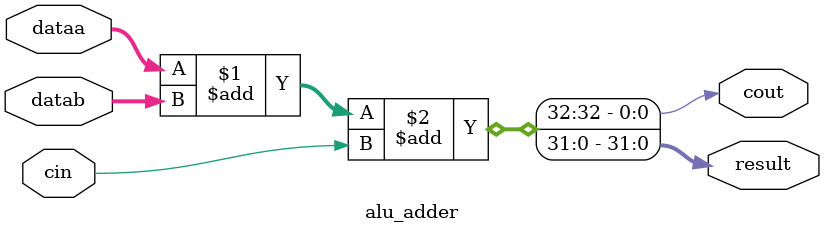
<source format=v>
module alu_adder (
	cin,
	dataa,
	datab,
	cout,
	result);

	input	  cin;
	input	[31:0]  dataa;
	input	[31:0]  datab;
	output	  cout;
	output	[31:0]  result;

	assign{cout,result} = dataa + datab + cin;
	
endmodule
</source>
